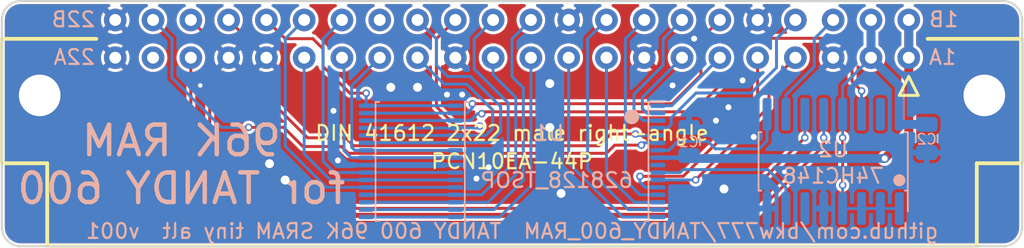
<source format=kicad_pcb>
(kicad_pcb (version 20211014) (generator pcbnew)
  (title_block (title "TANDY 600 96K SRAM tiny alt") (date "2022-09-19") (rev "001") (company "Brian K. White - b.kenyon.w@gmail.com") (comment 1 "LICENSE: CC-BY-SA 4.0") (comment 2 "github.com/bkw777/TANDY_600_RAM"))
  (layers (0 "F.Cu" signal) (31 "B.Cu" signal) (34 "B.Paste" user) (35 "F.Paste" user) (36 "B.SilkS" user "B.Silkscreen") (37 "F.SilkS" user "F.Silkscreen") (38 "B.Mask" user) (39 "F.Mask" user) (44 "Edge.Cuts" user))
  (net 0 "")
  (net 1 "GND")
  (net 2 "VMEM")
  (net 3 "VCC")
  (net 4 "/A14")
  (net 5 "/A13")
  (net 6 "/A12")
  (net 7 "/A11")
  (net 8 "/A10")
  (net 9 "/A9")
  (net 10 "/A8")
  (net 11 "/A7")
  (net 12 "/A6")
  (net 13 "/A5")
  (net 14 "/A4")
  (net 15 "/A3")
  (net 16 "/A2")
  (net 17 "/A1")
  (net 18 "/A0")
  (net 19 "/D7")
  (net 20 "/D6")
  (net 21 "/D5")
  (net 22 "/D4")
  (net 23 "/D3")
  (net 24 "/D2")
  (net 25 "/D1")
  (net 26 "/D0")
  (net 27 "/~{OE}")
  (net 28 "/~{WE}")
  (net 29 "/CS2")
  (net 30 "/A15")
  (net 31 "/A16")
  (net 32 "/~{CS1}")
  (net 33 "/~{CS1_B}")
  (net 34 "/~{CS1_C}")
  (net 35 "/~{CS1_A}")
  (footprint "000_LOCAL:DIN 41612 2x22 male right-angle" (layer "F.Cu") (at 146.05 101.56444)
    (fp_text reference "J1" hide)
    (fp_text value "DIN 41612 2x22 male right-angle" (at 0 6.35) (layer "F.SilkS"))
    (fp_line (start 34.29 8.382) (end 31.242 8.382) (layer "F.SilkS") (width 0.254))
    (fp_line (start -31.242 8.382) (end -34.29 8.382) (layer "F.SilkS") (width 0.254))
    (fp_line (start 34.29 0) (end 34.29 8.382) (layer "F.SilkS") (width 0.254))
    (fp_line (start -31.242 13.97) (end -31.242 8.382) (layer "F.SilkS") (width 0.254))
    (fp_line (start 31.242 13.97) (end 31.242 8.382) (layer "F.SilkS") (width 0.254))
    (fp_line (start -34.29 0) (end -34.29 8.382) (layer "F.SilkS") (width 0.254))
    (fp_line (start 27.305 3.81) (end 26.67 2.54) (layer "F.SilkS") (width 0.2))
    (fp_line (start 31.242 13.97) (end -31.242 13.97) (layer "F.SilkS") (width 0.254))
    (fp_line (start 26.67 2.54) (end 26.035 3.81) (layer "F.SilkS") (width 0.2))
    (fp_line (start -27.94 0) (end -34.29 0) (layer "F.SilkS") (width 0.254))
    (fp_line (start 27.94 0) (end 34.29 0) (layer "F.SilkS") (width 0.254))
    (fp_line (start 26.035 3.81) (end 27.305 3.81) (layer "F.SilkS") (width 0.2))
    (pad "1A" thru_hole circle (at 26.67 1.27) (size 1.524 1.524) (drill 0.8) (layers *.Cu *.Mask) (net 2 "VMEM"))
    (pad "1B" thru_hole circle (at 26.67 -1.27) (size 1.524 1.524) (drill 0.8) (layers *.Cu *.Mask) (net 2 "VMEM"))
    (pad "2A" thru_hole circle (at 24.13 1.27) (size 1.524 1.524) (drill 0.8) (layers *.Cu *.Mask) (net 3 "VCC"))
    (pad "2B" thru_hole circle (at 24.13 -1.27) (size 1.524 1.524) (drill 0.8) (layers *.Cu *.Mask) (net 3 "VCC"))
    (pad "3A" thru_hole circle (at 21.59 1.27) (size 1.524 1.524) (drill 0.8) (layers *.Cu *.Mask) (net 1 "GND"))
    (pad "3B" thru_hole circle (at 21.59 -1.27) (size 1.524 1.524) (drill 0.8) (layers *.Cu *.Mask) (net 35 "/~{CS1_A}"))
    (pad "4A" thru_hole circle (at 19.05 1.27) (size 1.524 1.524) (drill 0.8) (layers *.Cu *.Mask) (net 4 "/A14"))
    (pad "4B" thru_hole circle (at 19.05 -1.27) (size 1.524 1.524) (drill 0.8) (layers *.Cu *.Mask) (net 5 "/A13"))
    (pad "5A" thru_hole circle (at 16.51 1.27) (size 1.524 1.524) (drill 0.8) (layers *.Cu *.Mask) (net 6 "/A12"))
    (pad "5B" thru_hole circle (at 16.51 -1.27) (size 1.524 1.524) (drill 0.8) (layers *.Cu *.Mask) (net 1 "GND"))
    (pad "6A" thru_hole circle (at 13.97 1.27) (size 1.524 1.524) (drill 0.8) (layers *.Cu *.Mask) (net 7 "/A11"))
    (pad "6B" thru_hole circle (at 13.97 -1.27) (size 1.524 1.524) (drill 0.8) (layers *.Cu *.Mask) (net 8 "/A10"))
    (pad "7A" thru_hole circle (at 11.43 1.27) (size 1.524 1.524) (drill 0.8) (layers *.Cu *.Mask) (net 9 "/A9"))
    (pad "7B" thru_hole circle (at 11.43 -1.27) (size 1.524 1.524) (drill 0.8) (layers *.Cu *.Mask) (net 10 "/A8"))
    (pad "8A" thru_hole circle (at 8.89 1.27) (size 1.524 1.524) (drill 0.8) (layers *.Cu *.Mask) (net 1 "GND"))
    (pad "8B" thru_hole circle (at 8.89 -1.27) (size 1.524 1.524) (drill 0.8) (layers *.Cu *.Mask) (net 11 "/A7"))
    (pad "9A" thru_hole circle (at 6.35 1.27) (size 1.524 1.524) (drill 0.8) (layers *.Cu *.Mask) (net 12 "/A6"))
    (pad "9B" thru_hole circle (at 6.35 -1.27) (size 1.524 1.524) (drill 0.8) (layers *.Cu *.Mask) (net 13 "/A5"))
    (pad "10A" thru_hole circle (at 3.81 1.27) (size 1.524 1.524) (drill 0.8) (layers *.Cu *.Mask) (net 14 "/A4"))
    (pad "10B" thru_hole circle (at 3.81 -1.27) (size 1.524 1.524) (drill 0.8) (layers *.Cu *.Mask) (net 1 "GND"))
    (pad "11A" thru_hole circle (at 1.27 1.27) (size 1.524 1.524) (drill 0.8) (layers *.Cu *.Mask) (net 15 "/A3"))
    (pad "11B" thru_hole circle (at 1.27 -1.27) (size 1.524 1.524) (drill 0.8) (layers *.Cu *.Mask) (net 16 "/A2"))
    (pad "12A" thru_hole circle (at -1.27 1.27) (size 1.524 1.524) (drill 0.8) (layers *.Cu *.Mask) (net 17 "/A1"))
    (pad "12B" thru_hole circle (at -1.27 -1.27) (size 1.524 1.524) (drill 0.8) (layers *.Cu *.Mask) (net 18 "/A0"))
    (pad "13A" thru_hole circle (at -3.81 1.27) (size 1.524 1.524) (drill 0.8) (layers *.Cu *.Mask) (net 1 "GND"))
    (pad "13B" thru_hole circle (at -3.81 -1.27) (size 1.524 1.524) (drill 0.8) (layers *.Cu *.Mask) (net 19 "/D7"))
    (pad "14A" thru_hole circle (at -6.35 1.27) (size 1.524 1.524) (drill 0.8) (layers *.Cu *.Mask) (net 20 "/D6"))
    (pad "14B" thru_hole circle (at -6.35 -1.27) (size 1.524 1.524) (drill 0.8) (layers *.Cu *.Mask) (net 21 "/D5"))
    (pad "15A" thru_hole circle (at -8.89 1.27) (size 1.524 1.524) (drill 0.8) (layers *.Cu *.Mask) (net 22 "/D4"))
    (pad "15B" thru_hole circle (at -8.89 -1.27) (size 1.524 1.524) (drill 0.8) (layers *.Cu *.Mask))
    (pad "16A" thru_hole circle (at -11.43 1.27) (size 1.524 1.524) (drill 0.8) (layers *.Cu *.Mask) (net 23 "/D3"))
    (pad "16B" thru_hole circle (at -11.43 -1.27) (size 1.524 1.524) (drill 0.8) (layers *.Cu *.Mask) (net 24 "/D2"))
    (pad "17A" thru_hole circle (at -13.97 1.27) (size 1.524 1.524) (drill 0.8) (layers *.Cu *.Mask) (net 25 "/D1"))
    (pad "17B" thru_hole circle (at -13.97 -1.27) (size 1.524 1.524) (drill 0.8) (layers *.Cu *.Mask) (net 26 "/D0"))
    (pad "18A" thru_hole circle (at -16.51 1.27) (size 1.524 1.524) (drill 0.8) (layers *.Cu *.Mask) (net 1 "GND"))
    (pad "18B" thru_hole circle (at -16.51 -1.27) (size 1.524 1.524) (drill 0.8) (layers *.Cu *.Mask) (net 27 "/~{OE}"))
    (pad "19A" thru_hole circle (at -19.05 1.27) (size 1.524 1.524) (drill 0.8) (layers *.Cu *.Mask) (net 1 "GND"))
    (pad "19B" thru_hole circle (at -19.05 -1.27) (size 1.524 1.524) (drill 0.8) (layers *.Cu *.Mask) (net 28 "/~{WE}"))
    (pad "20A" thru_hole circle (at -21.59 1.27) (size 1.524 1.524) (drill 0.8) (layers *.Cu *.Mask) (net 34 "/~{CS1_C}"))
    (pad "20B" thru_hole circle (at -21.59 -1.27) (size 1.524 1.524) (drill 0.8) (layers *.Cu *.Mask) (net 33 "/~{CS1_B}"))
    (pad "21A" thru_hole circle (at -24.13 1.27) (size 1.524 1.524) (drill 0.8) (layers *.Cu *.Mask))
    (pad "21B" thru_hole circle (at -24.13 -1.27) (size 1.524 1.524) (drill 0.8) (layers *.Cu *.Mask) (net 29 "/CS2"))
    (pad "22A" thru_hole circle (at -26.67 1.27) (size 1.524 1.524) (drill 0.8) (layers *.Cu *.Mask) (net 1 "GND"))
    (pad "22B" thru_hole circle (at -26.67 -1.27) (size 1.524 1.524) (drill 0.8) (layers *.Cu *.Mask) (net 1 "GND"))
    (pad "S1" thru_hole oval (at 31.75 3.81) (size 2.999999 4.500001) (drill 2.799999) (layers *.Cu *.Mask) (net 1 "GND"))
    (pad "S2" thru_hole oval (at -31.75 3.81) (size 2.999999 4.500001) (drill 2.799999) (layers *.Cu *.Mask) (net 1 "GND"))
  )
  (footprint "000_LOCAL:TSOP32-dual" (layer "B.Cu") (at 146.05 109.82 180)
    (fp_text reference "U1" (at -2.492 1.905) (layer "B.SilkS") (effects (justify mirror)))
    (fp_text value "628128_TSOP" (at -3 -1.27) (layer "B.SilkS") (effects (justify mirror)))
    (fp_line (start 3.175 -4) (end 3.175 4) (layer "B.SilkS") (width 0.12))
    (fp_line (start 3.175 -4) (end 2.925 -4) (layer "B.SilkS") (width 0.12))
    (fp_line (start 9.175 -4) (end 8.925 -4) (layer "B.SilkS") (width 0.12))
    (fp_line (start -9.175 -4) (end -8.925 -4) (layer "B.SilkS") (width 0.12))
    (fp_line (start 9.175 -4) (end 9.175 4) (layer "B.SilkS") (width 0.12))
    (fp_line (start -10.25 4) (end -8.925 4) (layer "B.SilkS") (width 0.12))
    (fp_line (start -9.175 4) (end -9.175 -4) (layer "B.SilkS") (width 0.12))
    (fp_line (start 9.175 4) (end 8.925 4) (layer "B.SilkS") (width 0.12))
    (fp_line (start 3.175 4) (end 2.925 4) (layer "B.SilkS") (width 0.12))
    (fp_circle (center -8.05 3) (end -8.05 2.75) (layer "B.SilkS") (width 0.5) (fill none))
    (pad "1" smd roundrect (at -9.8 3.75 270) (size 0.3 1) (layers "B.Cu" "B.Paste" "B.Mask") (net 7 "/A11"))
    (pad "2" smd roundrect (at -9.8 3.25 270) (size 0.3 1) (layers "B.Cu" "B.Paste" "B.Mask") (net 9 "/A9"))
    (pad "3" smd roundrect (at -9.8 2.75 270) (size 0.3 1) (layers "B.Cu" "B.Paste" "B.Mask") (net 10 "/A8"))
    (pad "4" smd roundrect (at -9.8 2.25 270) (size 0.3 1) (layers "B.Cu" "B.Paste" "B.Mask") (net 5 "/A13"))
    (pad "5" smd roundrect (at -9.8 1.75 270) (size 0.3 1) (layers "B.Cu" "B.Paste" "B.Mask") (net 28 "/~{WE}"))
    (pad "6" smd roundrect (at -9.8 1.25 270) (size 0.3 1) (layers "B.Cu" "B.Paste" "B.Mask") (net 29 "/CS2"))
    (pad "7" smd roundrect (at -9.8 0.75 270) (size 0.3 1) (layers "B.Cu" "B.Paste" "B.Mask") (net 30 "/A15"))
    (pad "8" smd roundrect (at -9.8 0.25 270) (size 0.3 1) (layers "B.Cu" "B.Paste" "B.Mask") (net 2 "VMEM"))
    (pad "9" smd roundrect (at -9.8 -0.25 270) (size 0.3 1) (layers "B.Cu" "B.Paste" "B.Mask"))
    (pad "10" smd roundrect (at -9.8 -0.75 270) (size 0.3 1) (layers "B.Cu" "B.Paste" "B.Mask") (net 31 "/A16"))
    (pad "11" smd roundrect (at -9.8 -1.25 270) (size 0.3 1) (layers "B.Cu" "B.Paste" "B.Mask") (net 4 "/A14"))
    (pad "12" smd roundrect (at -9.8 -1.75 270) (size 0.3 1) (layers "B.Cu" "B.Paste" "B.Mask") (net 6 "/A12"))
    (pad "13" smd roundrect (at -9.8 -2.25 270) (size 0.3 1) (layers "B.Cu" "B.Paste" "B.Mask") (net 11 "/A7"))
    (pad "14" smd roundrect (at -9.8 -2.75 270) (size 0.3 1) (layers "B.Cu" "B.Paste" "B.Mask") (net 12 "/A6"))
    (pad "15" smd roundrect (at -9.8 -3.25 270) (size 0.3 1) (layers "B.Cu" "B.Paste" "B.Mask") (net 13 "/A5"))
    (pad "16" smd roundrect (at -9.8 -3.75 270) (size 0.3 1) (layers "B.Cu" "B.Paste" "B.Mask") (net 14 "/A4"))
    (pad "17" smd roundrect (at 9.8 -3.75 270) (size 0.3 1) (layers "B.Cu" "B.Paste" "B.Mask") (net 15 "/A3"))
    (pad "17" smd roundrect (at 3.8 -3.75 270) (size 0.3 1) (layers "B.Cu" "B.Paste" "B.Mask") (net 15 "/A3"))
    (pad "18" smd roundrect (at 9.8 -3.25 270) (size 0.3 1) (layers "B.Cu" "B.Paste" "B.Mask") (net 16 "/A2"))
    (pad "18" smd roundrect (at 3.8 -3.25 270) (size 0.3 1) (layers "B.Cu" "B.Paste" "B.Mask") (net 16 "/A2"))
    (pad "19" smd roundrect (at 9.8 -2.75 270) (size 0.3 1) (layers "B.Cu" "B.Paste" "B.Mask") (net 17 "/A1"))
    (pad "19" smd roundrect (at 3.8 -2.75 270) (size 0.3 1) (layers "B.Cu" "B.Paste" "B.Mask") (net 17 "/A1"))
    (pad "20" smd roundrect (at 3.8 -2.25 270) (size 0.3 1) (layers "B.Cu" "B.Paste" "B.Mask") (net 18 "/A0"))
    (pad "20" smd roundrect (at 9.8 -2.25 270) (size 0.3 1) (layers "B.Cu" "B.Paste" "B.Mask") (net 18 "/A0"))
    (pad "21" smd roundrect (at 9.8 -1.75 270) (size 0.3 1) (layers "B.Cu" "B.Paste" "B.Mask") (net 26 "/D0"))
    (pad "21" smd roundrect (at 3.8 -1.75 270) (size 0.3 1) (layers "B.Cu" "B.Paste" "B.Mask") (net 26 "/D0"))
    (pad "22" smd roundrect (at 3.8 -1.25 270) (size 0.3 1) (layers "B.Cu" "B.Paste" "B.Mask") (net 25 "/D1"))
    (pad "22" smd roundrect (at 9.8 -1.25 270) (size 0.3 1) (layers "B.Cu" "B.Paste" "B.Mask") (net 25 "/D1"))
    (pad "23" smd roundrect (at 9.8 -0.75 270) (size 0.3 1) (layers "B.Cu" "B.Paste" "B.Mask") (net 24 "/D2"))
    (pad "23" smd roundrect (at 3.8 -0.75 270) (size 0.3 1) (layers "B.Cu" "B.Paste" "B.Mask") (net 24 "/D2"))
    (pad "24" smd roundrect (at 9.8 -0.25 270) (size 0.3 1) (layers "B.Cu" "B.Paste" "B.Mask") (net 1 "GND"))
    (pad "24" smd roundrect (at 3.8 -0.25 270) (size 0.3 1) (layers "B.Cu" "B.Paste" "B.Mask") (net 1 "GND"))
    (pad "25" smd roundrect (at 3.8 0.25 270) (size 0.3 1) (layers "B.Cu" "B.Paste" "B.Mask") (net 23 "/D3"))
    (pad "25" smd roundrect (at 9.8 0.25 270) (size 0.3 1) (layers "B.Cu" "B.Paste" "B.Mask") (net 23 "/D3"))
    (pad "26" smd roundrect (at 9.8 0.75 270) (size 0.3 1) (layers "B.Cu" "B.Paste" "B.Mask") (net 22 "/D4"))
    (pad "26" smd roundrect (at 3.8 0.75 270) (size 0.3 1) (layers "B.Cu" "B.Paste" "B.Mask") (net 22 "/D4"))
    (pad "27" smd roundrect (at 3.8 1.25 270) (size 0.3 1) (layers "B.Cu" "B.Paste" "B.Mask") (net 21 "/D5"))
    (pad "27" smd roundrect (at 9.8 1.25 270) (size 0.3 1) (layers "B.Cu" "B.Paste" "B.Mask") (net 21 "/D5"))
    (pad "28" smd roundrect (at 9.8 1.75 270) (size 0.3 1) (layers "B.Cu" "B.Paste" "B.Mask") (net 20 "/D6"))
    (pad "28" smd roundrect (at 3.8 1.75 270) (size 0.3 1) (layers "B.Cu" "B.Paste" "B.Mask") (net 20 "/D6"))
    (pad "29" smd roundrect (at 9.8 2.25 270) (size 0.3 1) (layers "B.Cu" "B.Paste" "B.Mask") (net 19 "/D7"))
    (pad "29" smd roundrect (at 3.8 2.25 270) (size 0.3 1) (layers "B.Cu" "B.Paste" "B.Mask") (net 19 "/D7"))
    (pad "30" smd roundrect (at 9.8 2.75 270) (size 0.3 1) (layers "B.Cu" "B.Paste" "B.Mask") (net 32 "/~{CS1}"))
    (pad "30" smd roundrect (at 3.8 2.75 270) (size 0.3 1) (layers "B.Cu" "B.Paste" "B.Mask") (net 32 "/~{CS1}"))
    (pad "31" smd roundrect (at 3.8 3.25 270) (size 0.3 1) (layers "B.Cu" "B.Paste" "B.Mask") (net 8 "/A10"))
    (pad "31" smd roundrect (at 9.8 3.25 270) (size 0.3 1) (layers "B.Cu" "B.Paste" "B.Mask") (net 8 "/A10"))
    (pad "32" smd roundrect (at 3.8 3.75 270) (size 0.3 1) (layers "B.Cu" "B.Paste" "B.Mask") (net 27 "/~{OE}"))
    (pad "32" smd roundrect (at 9.8 3.75 270) (size 0.3 1) (layers "B.Cu" "B.Paste" "B.Mask") (net 27 "/~{OE}"))
  )
  (footprint "000_LOCAL:SOIC-SOP-16" (layer "B.Cu") (at 167.64 109.82 90)
    (fp_text reference "U2" (at 0.797 0) (layer "B.SilkS") (effects (justify mirror)))
    (fp_text value "74HC148" (at -0.981 0) (layer "B.SilkS") (effects (justify mirror)))
    (fp_line (start 1.9685 -5.0165) (end 1.9685 -4.826) (layer "B.SilkS") (width 0.12))
    (fp_line (start 1.9685 4.826) (end 1.9685 5.0165) (layer "B.SilkS") (width 0.12))
    (fp_line (start -3.3655 5.0165) (end 1.9685 5.0165) (layer "B.SilkS") (width 0.12))
    (fp_line (start -1.9685 -5.0165) (end 1.9685 -5.0165) (layer "B.SilkS") (width 0.12))
    (fp_line (start -1.9685 4.826) (end -1.9685 5.0165) (layer "B.SilkS") (width 0.12))
    (fp_line (start -1.9685 -4.826) (end -1.9685 -5.0165) (layer "B.SilkS") (width 0.12))
    (fp_circle (center -1.27 4.445) (end -1.0668 4.445) (layer "B.SilkS") (width 0.4064) (fill none))
    (pad "1" smd roundrect locked (at -3.175 4.445 90) (size 2.2 0.6) (layers "B.Cu" "B.Paste" "B.Mask") (net 3 "VCC"))
    (pad "2" smd roundrect locked (at -3.1735 3.175 90) (size 2.2 0.6) (layers "B.Cu" "B.Paste" "B.Mask") (net 3 "VCC"))
    (pad "3" smd roundrect locked (at -3.1735 1.905 90) (size 2.2 0.6) (layers "B.Cu" "B.Paste" "B.Mask") (net 3 "VCC"))
    (pad "4" smd roundrect locked (at -3.1735 0.635 90) (size 2.2 0.6) (layers "B.Cu" "B.Paste" "B.Mask") (net 3 "VCC"))
    (pad "5" smd roundrect locked (at -3.1735 -0.635 90) (size 2.2 0.6) (layers "B.Cu" "B.Paste" "B.Mask") (net 1 "GND"))
    (pad "6" smd roundrect locked (at -3.1735 -1.905 90) (size 2.2 0.6) (layers "B.Cu" "B.Paste" "B.Mask"))
    (pad "7" smd roundrect locked (at -3.1735 -3.175 90) (size 2.2 0.6) (layers "B.Cu" "B.Paste" "B.Mask") (net 31 "/A16"))
    (pad "8" smd roundrect locked (at -3.1735 -4.445 90) (size 2.2 0.6) (layers "B.Cu" "B.Paste" "B.Mask") (net 1 "GND"))
    (pad "9" smd roundrect locked (at 3.1735 -4.445 90) (size 2.2 0.6) (layers "B.Cu" "B.Paste" "B.Mask") (net 30 "/A15"))
    (pad "10" smd roundrect locked (at 3.1735 -3.175 90) (size 2.2 0.6) (layers "B.Cu" "B.Paste" "B.Mask") (net 35 "/~{CS1_A}"))
    (pad "11" smd roundrect locked (at 3.1735 -1.905 90) (size 2.2 0.6) (layers "B.Cu" "B.Paste" "B.Mask") (net 33 "/~{CS1_B}"))
    (pad "12" smd roundrect locked (at 3.1735 -0.635 90) (size 2.2 0.6) (layers "B.Cu" "B.Paste" "B.Mask") (net 34 "/~{CS1_C}"))
    (pad "13" smd roundrect locked (at 3.1735 0.635 90) (size 2.2 0.6) (layers "B.Cu" "B.Paste" "B.Mask") (net 3 "VCC"))
    (pad "14" smd roundrect locked (at 3.1735 1.905 90) (size 2.2 0.6) (layers "B.Cu" "B.Paste" "B.Mask") (net 32 "/~{CS1}"))
    (pad "15" smd roundrect locked (at 3.1735 3.175 90) (size 2.2 0.6) (layers "B.Cu" "B.Paste" "B.Mask"))
    (pad "16" smd roundrect locked (at 3.1735 4.445 90) (size 2.2 0.6) (layers "B.Cu" "B.Paste" "B.Mask") (net 3 "VCC"))
  )
  (footprint "000_LOCAL:C_0805" (layer "B.Cu") (at 157.95 108.475 90)
    (fp_text reference "C1" (at -0.0326 -0.0198 unlocked) (layer "B.SilkS") (effects (font (size 0.7 0.7) (thickness 0.1)) (justify mirror)))
    (fp_text value "0.1uF" hide)
    (fp_line (start -0.261252 0.735) (end 0.261252 0.735) (layer "B.SilkS") (width 0.12))
    (fp_line (start -0.261252 -0.735) (end 0.261252 -0.735) (layer "B.SilkS") (width 0.12))
    (pad "1" smd roundrect (at -0.95 0 90) (size 1 1.45) (layers "B.Cu" "B.Paste" "B.Mask") (net 2 "VMEM"))
    (pad "2" smd roundrect (at 0.95 0 90) (size 1 1.45) (layers "B.Cu" "B.Paste" "B.Mask") (net 1 "GND"))
  )
  (footprint "000_LOCAL:C_0805" (layer "B.Cu") (at 173.925 108.275 -90)
    (fp_text reference "C2" (at 0.05 0) (layer "B.SilkS") (effects (font (size 0.7 0.7) (thickness 0.1)) (justify mirror)))
    (fp_text value "0.1uF" hide)
    (fp_line (start -0.261252 -0.735) (end 0.261252 -0.735) (layer "B.SilkS") (width 0.12))
    (fp_line (start -0.261252 0.735) (end 0.261252 0.735) (layer "B.SilkS") (width 0.12))
    (pad "1" smd roundrect (at -0.95 0 270) (size 1 1.45) (layers "B.Cu" "B.Paste" "B.Mask") (net 3 "VCC"))
    (pad "2" smd roundrect (at 0.95 0 270) (size 1 1.45) (layers "B.Cu" "B.Paste" "B.Mask") (net 1 "GND"))
  )
  (gr_arc (start 179.07 99.02444) (mid 179.968026 99.396414) (end 180.34 100.29444) (layer "Edge.Cuts") (width 0.15))
  (gr_arc (start 111.76 100.29444) (mid 112.131974 99.396414) (end 113.03 99.02444) (layer "Edge.Cuts") (width 0.15))
  (gr_line (start 111.76 100.29444) (end 111.76 114.26444) (layer "Edge.Cuts") (width 0.15))
  (gr_arc (start 113.03 115.53444) (mid 112.131974 115.162466) (end 111.76 114.26444) (layer "Edge.Cuts") (width 0.15))
  (gr_arc (start 180.34 114.26444) (mid 179.968026 115.162466) (end 179.07 115.53444) (layer "Edge.Cuts") (width 0.15))
  (gr_line (start 113.03 99.02444) (end 179.07 99.02444) (layer "Edge.Cuts") (width 0.15))
  (gr_line (start 179.07 115.53444) (end 113.03 115.53444) (layer "Edge.Cuts") (width 0.15))
  (gr_line (start 180.34 100.29444) (end 180.34 114.26444) (layer "Edge.Cuts") (width 0.15))
  (gr_text "22B" (at 118.11 100.25944) (layer "B.SilkS") (effects (font (size 1 1)) (justify left mirror)))
  (gr_text "22A" (at 118.11 102.79944) (layer "B.SilkS") (effects (font (size 1 1)) (justify left mirror)))
  (gr_text "1A" (at 173.99 102.79944) (layer "B.SilkS") (effects (font (size 1 1)) (justify right mirror)))
  (gr_text "1B" (at 173.99 100.25944) (layer "B.SilkS") (effects (font (size 1 1)) (justify right mirror)))
  (gr_text "${COMMENT2}  ${TITLE}  v${REVISION}" (at 146.05 114.51844) (layer "B.SilkS") (effects (font (size 1 1)) (justify mirror)))
  (gr_text "96K RAM\nfor TANDY 600" (at 123.825 110.03844) (layer "B.SilkS") (effects (font (size 2 2) (thickness 0.3)) (justify mirror)))
  (gr_text "PCN10EA-44P" (at 146.05 109.81944) (layer "F.SilkS") (effects (font (size 1 1))))
  (via (at 142.6972 105.3242) (size 0.6) (drill 0.4) (layers "F.Cu" "B.Cu") (net 1))
  (via (at 134.05 106.415) (size 0.6) (drill 0.4) (layers "F.Cu" "B.Cu") (net 1))
  (via (at 137.9 104.83144) (size 1) (drill 0.6) (layers "F.Cu" "B.Cu") (net 1))
  (via (at 158.2928 101.55484) (size 0.6) (drill 0.4) (layers "F.Cu" "B.Cu") (net 1))
  (via (at 162.3 108.175) (size 0.6) (drill 0.4) (layers "F.Cu" "B.Cu") (net 1))
  (via (at 148.59 107.534) (size 1) (drill 0.6) (layers "F.Cu" "B.Cu") (net 1))
  (via (at 130.8 111.075) (size 1) (drill 0.6) (layers "F.Cu" "B.Cu") (net 1))
  (via (at 125.095 104.70444) (size 0.5) (drill 0.3) (layers "F.Cu" "B.Cu") (net 1))
  (via (at 161.55 104.36444) (size 0.6) (drill 0.4) (layers "F.Cu" "B.Cu") (net 1))
  (via (at 160.3 111.675) (size 1) (drill 0.6) (layers "F.Cu" "B.Cu") (net 1))
  (via (at 141.6812 105.3242) (size 0.6) (drill 0.4) (layers "F.Cu" "B.Cu") (net 1))
  (via (at 144.4752 110.21624) (size 0.6) (drill 0.4) (layers "F.Cu" "B.Cu") (net 1))
  (via (at 129.75 109.975) (size 1) (drill 0.6) (layers "F.Cu" "B.Cu") (net 1))
  (via (at 159.76 107.07444) (size 0.6) (drill 0.4) (layers "F.Cu" "B.Cu") (net 1))
  (via (at 160.6 106.17444) (size 0.6) (drill 0.4) (layers "F.Cu" "B.Cu") (net 1))
  (via (at 164.35 110.525) (size 0.5) (drill 0.3) (layers "F.Cu" "B.Cu") (net 1))
  (via (at 143.6624 110.97824) (size 0.6) (drill 0.4) (layers "F.Cu" "B.Cu") (net 1))
  (via (at 134.35 109.755) (size 0.6) (drill 0.4) (layers "F.Cu" "B.Cu") (net 1))
  (via (at 156.845 104.70444) (size 0.6) (drill 0.4) (layers "F.Cu" "B.Cu") (net 1))
  (via (at 149.352 111.979) (size 1) (drill 0.6) (layers "F.Cu" "B.Cu") (net 1))
  (via (at 139.7 104.83144) (size 1) (drill 0.6) (layers "F.Cu" "B.Cu") (net 1))
  (via (at 148.59 104.57744) (size 1) (drill 0.6) (layers "F.Cu" "B.Cu") (net 1))
  (segment (start 172.72 108.005) (end 172.72 102.83444) (width 0.6) (layer "F.Cu") (net 2))
  (segment (start 172.72 102.83444) (end 172.72 100.29444) (width 0.6) (layer "F.Cu") (net 2))
  (segment (start 171.1 109.625) (end 172.72 108.005) (width 0.6) (layer "F.Cu") (net 2))
  (via (at 171.1 109.625) (size 0.6) (drill 0.4) (layers "F.Cu" "B.Cu") (net 2))
  (segment (start 171.1 109.625) (end 158.15 109.625) (width 0.6) (layer "B.Cu") (net 2))
  (segment (start 158.15 109.625) (end 157.95 109.425) (width 0.6) (layer "B.Cu") (net 2))
  (segment (start 172.72 102.83444) (end 172.72 100.29444) (width 0.6) (layer "B.Cu") (net 2))
  (segment (start 157.805 109.57) (end 155.85 109.57) (width 0.3) (layer "B.Cu") (net 2))
  (segment (start 157.95 109.425) (end 157.805 109.57) (width 0.3) (layer "B.Cu") (net 2))
  (segment (start 168.275 111.425) (end 168.275 108.225) (width 0.2) (layer "F.Cu") (net 3))
  (segment (start 170.18 100.29444) (end 170.18 102.83444) (width 0.6) (layer "F.Cu") (net 3))
  (via (at 168.275 108.225) (size 0.5) (drill 0.3) (layers "F.Cu" "B.Cu") (net 3))
  (via (at 168.275 111.425) (size 0.5) (drill 0.3) (layers "F.Cu" "B.Cu") (net 3))
  (segment (start 168.2765 112.995) (end 172.085 112.995) (width 0.2) (layer "B.Cu") (net 3))
  (segment (start 168.275 112.9935) (end 168.2765 112.995) (width 0.2) (layer "B.Cu") (net 3))
  (segment (start 168.275 111.425) (end 168.275 112.9935) (width 0.2) (layer "B.Cu") (net 3))
  (segment (start 172.085 107.29) (end 172.085 106.6465) (width 0.6) (layer "B.Cu") (net 3))
  (segment (start 172.085 106.6465) (end 172.085 104.73944) (width 0.6) (layer "B.Cu") (net 3))
  (segment (start 173.925 107.325) (end 172.12 107.325) (width 0.6) (layer "B.Cu") (net 3))
  (segment (start 170.18 102.83444) (end 170.18 100.29444) (width 0.6) (layer "B.Cu") (net 3))
  (segment (start 168.275 104.73944) (end 170.18 102.83444) (width 0.2) (layer "B.Cu") (net 3))
  (segment (start 172.085 104.73944) (end 170.18 102.83444) (width 0.6) (layer "B.Cu") (net 3))
  (segment (start 172.12 107.325) (end 172.085 107.29) (width 0.6) (layer "B.Cu") (net 3))
  (segment (start 168.275 108.225) (end 168.275 104.73944) (width 0.2) (layer "B.Cu") (net 3))
  (segment (start 163.322 106.137) (end 163.322 104.61244) (width 0.2) (layer "F.Cu") (net 4))
  (segment (start 163.322 104.61244) (end 165.1 102.83444) (width 0.2) (layer "F.Cu") (net 4))
  (segment (start 158.3944 111.0646) (end 163.322 106.137) (width 0.2) (layer "F.Cu") (net 4))
  (via (at 158.3944 111.0646) (size 0.5) (drill 0.3) (layers "F.Cu" "B.Cu") (net 4))
  (segment (start 158.3944 111.0646) (end 158.389 111.07) (width 0.2) (layer "B.Cu") (net 4))
  (segment (start 158.389 111.07) (end 155.85 111.07) (width 0.2) (layer "B.Cu") (net 4))
  (segment (start 163.83 103.50444) (end 163.83 101.56444) (width 0.2) (layer "B.Cu") (net 5))
  (segment (start 162.12 105.21444) (end 163.83 103.50444) (width 0.2) (layer "B.Cu") (net 5))
  (segment (start 156.75 106.88444) (end 158.42 105.21444) (width 0.2) (layer "B.Cu") (net 5))
  (segment (start 156.51444 107.57) (end 156.75 107.33444) (width 0.2) (layer "B.Cu") (net 5))
  (segment (start 156.75 107.33444) (end 156.75 106.88444) (width 0.2) (layer "B.Cu") (net 5))
  (segment (start 158.42 105.21444) (end 162.12 105.21444) (width 0.2) (layer "B.Cu") (net 5))
  (segment (start 155.85 107.57) (end 156.51444 107.57) (width 0.2) (layer "B.Cu") (net 5))
  (segment (start 163.83 101.56444) (end 165.1 100.29444) (width 0.2) (layer "B.Cu") (net 5))
  (segment (start 162.56 105.82444) (end 162.56 102.83444) (width 0.2) (layer "F.Cu") (net 6))
  (segment (start 157.55944 110.825) (end 162.56 105.82444) (width 0.2) (layer "F.Cu") (net 6))
  (segment (start 154.65 110.825) (end 157.55944 110.825) (width 0.2) (layer "F.Cu") (net 6))
  (via (at 154.65 110.825) (size 0.5) (drill 0.3) (layers "F.Cu" "B.Cu") (net 6))
  (segment (start 154.65 111.225) (end 154.995 111.57) (width 0.2) (layer "B.Cu") (net 6))
  (segment (start 154.65 110.825) (end 154.65 111.225) (width 0.2) (layer "B.Cu") (net 6))
  (segment (start 154.995 111.57) (end 155.85 111.57) (width 0.2) (layer "B.Cu") (net 6))
  (segment (start 160.02 102.83444) (end 156.78444 106.07) (width 0.2) (layer "B.Cu") (net 7))
  (segment (start 156.78444 106.07) (end 155.85 106.07) (width 0.2) (layer "B.Cu") (net 7))
  (segment (start 156.8215 105.93444) (end 158.75 104.00594) (width 0.2) (layer "F.Cu") (net 8))
  (segment (start 159.258 101.78344) (end 159.258 101.05644) (width 0.2) (layer "F.Cu") (net 8))
  (segment (start 159.258 101.05644) (end 160.02 100.29444) (width 0.2) (layer "F.Cu") (net 8))
  (segment (start 158.75 104.00594) (end 158.75 102.29144) (width 0.2) (layer "F.Cu") (net 8))
  (segment (start 158.75 102.29144) (end 159.258 101.78344) (width 0.2) (layer "F.Cu") (net 8))
  (segment (start 143.383 105.93444) (end 156.8215 105.93444) (width 0.2) (layer "F.Cu") (net 8))
  (via (at 143.383 105.93444) (size 0.5) (drill 0.3) (layers "F.Cu" "B.Cu") (net 8))
  (segment (start 143.383 105.93444) (end 143.383 106.2132) (width 0.2) (layer "B.Cu") (net 8))
  (segment (start 143.0262 106.57) (end 136.25 106.57) (width 0.2) (layer "B.Cu") (net 8))
  (segment (start 143.383 106.2132) (end 143.0262 106.57) (width 0.2) (layer "B.Cu") (net 8))
  (segment (start 157.48 102.83444) (end 154.813 105.50144) (width 0.2) (layer "B.Cu") (net 9))
  (segment (start 154.813 106.26344) (end 155.11956 106.57) (width 0.2) (layer "B.Cu") (net 9))
  (segment (start 155.11956 106.57) (end 155.85 106.57) (width 0.2) (layer "B.Cu") (net 9))
  (segment (start 154.813 105.50144) (end 154.813 106.26344) (width 0.2) (layer "B.Cu") (net 9))
  (segment (start 154.85756 107.07) (end 154.25 106.46244) (width 0.2) (layer "B.Cu") (net 10))
  (segment (start 156.21 101.56444) (end 157.48 100.29444) (width 0.2) (layer "B.Cu") (net 10))
  (segment (start 156.21 103.34244) (end 156.21 101.56444) (width 0.2) (layer "B.Cu") (net 10))
  (segment (start 155.85 107.07) (end 154.85756 107.07) (width 0.2) (layer "B.Cu") (net 10))
  (segment (start 154.25 106.46244) (end 154.25 105.30244) (width 0.2) (layer "B.Cu") (net 10))
  (segment (start 154.25 105.30244) (end 156.21 103.34244) (width 0.2) (layer "B.Cu") (net 10))
  (segment (start 153.67 111.09) (end 153.67 101.56444) (width 0.2) (layer "B.Cu") (net 11))
  (segment (start 155.85 112.07) (end 154.65 112.07) (width 0.2) (layer "B.Cu") (net 11))
  (segment (start 153.67 101.56444) (end 154.94 100.29444) (width 0.2) (layer "B.Cu") (net 11))
  (segment (start 154.65 112.07) (end 153.67 111.09) (width 0.2) (layer "B.Cu") (net 11))
  (segment (start 154.261 112.57) (end 155.85 112.57) (width 0.2) (layer "B.Cu") (net 12))
  (segment (start 152.4 102.83444) (end 152.4 110.709) (width 0.2) (layer "B.Cu") (net 12))
  (segment (start 152.4 110.709) (end 154.261 112.57) (width 0.2) (layer "B.Cu") (net 12))
  (segment (start 153.872 113.07) (end 151.13 110.328) (width 0.2) (layer "B.Cu") (net 13))
  (segment (start 155.85 113.07) (end 153.872 113.07) (width 0.2) (layer "B.Cu") (net 13))
  (segment (start 151.13 101.56444) (end 152.4 100.29444) (width 0.2) (layer "B.Cu") (net 13))
  (segment (start 151.13 110.328) (end 151.13 101.56444) (width 0.2) (layer "B.Cu") (net 13))
  (segment (start 153.483 113.57) (end 155.85 113.57) (width 0.2) (layer "B.Cu") (net 14))
  (segment (start 149.86 109.947) (end 153.483 113.57) (width 0.2) (layer "B.Cu") (net 14))
  (segment (start 149.86 102.83444) (end 149.86 109.947) (width 0.2) (layer "B.Cu") (net 14))
  (segment (start 145.221 113.57) (end 136.25 113.57) (width 0.2) (layer "B.Cu") (net 15))
  (segment (start 147.32 111.471) (end 145.221 113.57) (width 0.2) (layer "B.Cu") (net 15))
  (segment (start 147.32 102.83444) (end 147.32 111.471) (width 0.2) (layer "B.Cu") (net 15))
  (segment (start 146.05 101.56444) (end 147.32 100.29444) (width 0.2) (layer "B.Cu") (net 16))
  (segment (start 136.25 113.07) (end 144.832 113.07) (width 0.2) (layer "B.Cu") (net 16))
  (segment (start 146.812 104.867) (end 146.05 104.105) (width 0.2) (layer "B.Cu") (net 16))
  (segment (start 144.832 113.07) (end 146.812 111.09) (width 0.2) (layer "B.Cu") (net 16))
  (segment (start 146.812 111.09) (end 146.812 104.867) (width 0.2) (layer "B.Cu") (net 16))
  (segment (start 146.05 104.105) (end 146.05 101.56444) (width 0.2) (layer "B.Cu") (net 16))
  (segment (start 144.78 103.978) (end 146.304 105.502) (width 0.2) (layer "B.Cu") (net 17))
  (segment (start 144.443 112.57) (end 136.25 112.57) (width 0.2) (layer "B.Cu") (net 17))
  (segment (start 144.78 102.83444) (end 144.78 103.978) (width 0.2) (layer "B.Cu") (net 17))
  (segment (start 146.304 105.502) (end 146.304 110.709) (width 0.2) (layer "B.Cu") (net 17))
  (segment (start 146.304 110.709) (end 144.443 112.57) (width 0.2) (layer "B.Cu") (net 17))
  (segment (start 143.51 101.56444) (end 144.78 100.29444) (width 0.2) (layer "B.Cu") (net 18))
  (segment (start 144.01444 112.07) (end 145.796 110.28844) (width 0.2) (layer "B.Cu") (net 18))
  (segment (start 145.796 105.88244) (end 143.51 103.59644) (width 0.2) (layer "B.Cu") (net 18))
  (segment (start 143.51 103.59644) (end 143.51 101.56444) (width 0.2) (layer "B.Cu") (net 18))
  (segment (start 136.25 112.07) (end 144.01444 112.07) (width 0.2) (layer "B.Cu") (net 18))
  (segment (start 145.796 110.28844) (end 145.796 105.88244) (width 0.2) (layer "B.Cu") (net 18))
  (segment (start 140.97 101.56444) (end 142.24 100.29444) (width 0.2) (layer "F.Cu") (net 19))
  (segment (start 142.2812 107.44764) (end 140.97 106.13644) (width 0.2) (layer "F.Cu") (net 19))
  (segment (start 143.891 107.44764) (end 142.2812 107.44764) (width 0.2) (layer "F.Cu") (net 19))
  (segment (start 140.97 106.13644) (end 140.97 101.56444) (width 0.2) (layer "F.Cu") (net 19))
  (via (at 143.891 107.44764) (size 0.5) (drill 0.3) (layers "F.Cu" "B.Cu") (net 19))
  (segment (start 143.891 107.44764) (end 143.76864 107.57) (width 0.2) (layer "B.Cu") (net 19))
  (segment (start 143.76864 107.57) (end 136.25 107.57) (width 0.2) (layer "B.Cu") (net 19))
  (segment (start 141.478 104.61244) (end 139.7 102.83444) (width 0.2) (layer "B.Cu") (net 20))
  (segment (start 144.75 106.36044) (end 143.002 104.61244) (width 0.2) (layer "B.Cu") (net 20))
  (segment (start 144.2694 108.07) (end 144.75 107.5894) (width 0.2) (layer "B.Cu") (net 20))
  (segment (start 143.002 104.61244) (end 141.478 104.61244) (width 0.2) (layer "B.Cu") (net 20))
  (segment (start 136.25 108.07) (end 144.2694 108.07) (width 0.2) (layer "B.Cu") (net 20))
  (segment (start 144.75 107.5894) (end 144.75 106.36044) (width 0.2) (layer "B.Cu") (net 20))
  (segment (start 145.288 107.8134) (end 145.288 106.13644) (width 0.2) (layer "B.Cu") (net 21))
  (segment (start 140.97 101.56444) (end 139.7 100.29444) (width 0.2) (layer "B.Cu") (net 21))
  (segment (start 136.25 108.57) (end 144.5314 108.57) (width 0.2) (layer "B.Cu") (net 21))
  (segment (start 140.97 103.34244) (end 140.97 101.56444) (width 0.2) (layer "B.Cu") (net 21))
  (segment (start 144.5314 108.57) (end 145.288 107.8134) (width 0.2) (layer "B.Cu") (net 21))
  (segment (start 143.256 104.10444) (end 141.732 104.10444) (width 0.2) (layer "B.Cu") (net 21))
  (segment (start 145.288 106.13644) (end 143.256 104.10444) (width 0.2) (layer "B.Cu") (net 21))
  (segment (start 141.732 104.10444) (end 140.97 103.34244) (width 0.2) (layer "B.Cu") (net 21))
  (segment (start 135.27 104.72444) (end 135.27 108.865) (width 0.2) (layer "B.Cu") (net 22))
  (segment (start 135.475 109.07) (end 142.25 109.07) (width 0.2) (layer "B.Cu") (net 22))
  (segment (start 137.16 102.83444) (end 135.27 104.72444) (width 0.2) (layer "B.Cu") (net 22))
  (segment (start 135.27 108.865) (end 135.475 109.07) (width 0.2) (layer "B.Cu") (net 22))
  (segment (start 134.62 102.83444) (end 134.76 102.97444) (width 0.2) (layer "B.Cu") (net 23))
  (segment (start 134.76 109.095) (end 135.235 109.57) (width 0.2) (layer "B.Cu") (net 23))
  (segment (start 134.76 102.97444) (end 134.76 109.095) (width 0.2) (layer "B.Cu") (net 23))
  (segment (start 135.235 109.57) (end 142.25 109.57) (width 0.2) (layer "B.Cu") (net 23))
  (segment (start 133.35 101.56444) (end 133.35 109.81944) (width 0.2) (layer "B.Cu") (net 24))
  (segment (start 134.62 100.29444) (end 133.35 101.56444) (width 0.2) (layer "B.Cu") (net 24))
  (segment (start 133.35 109.81944) (end 134.10056 110.57) (width 0.2) (layer "B.Cu") (net 24))
  (segment (start 134.10056 110.57) (end 142.25 110.57) (width 0.2) (layer "B.Cu") (net 24))
  (segment (start 132.08 102.83444) (end 132.08 109.31144) (width 0.2) (layer "B.Cu") (net 25))
  (segment (start 132.08 109.31144) (end 133.83856 111.07) (width 0.2) (layer "B.Cu") (net 25))
  (segment (start 133.83856 111.07) (end 142.25 111.07) (width 0.2) (layer "B.Cu") (net 25))
  (segment (start 130.81 108.80344) (end 133.57656 111.57) (width 0.2) (layer "B.Cu") (net 26))
  (segment (start 130.81 101.56444) (end 130.81 108.80344) (width 0.2) (layer "B.Cu") (net 26))
  (segment (start 132.08 100.29444) (end 130.81 101.56444) (width 0.2) (layer "B.Cu") (net 26))
  (segment (start 133.57656 111.57) (end 142.25 111.57) (width 0.2) (layer "B.Cu") (net 26))
  (segment (start 133.35 102.24064) (end 132.6642 101.55484) (width 0.2) (layer "F.Cu") (net 27))
  (segment (start 136.25 105.225) (end 135.15 105.225) (width 0.2) (layer "F.Cu") (net 27))
  (segment (start 135.15 105.225) (end 133.35 103.425) (width 0.2) (layer "F.Cu") (net 27))
  (segment (start 130.8004 101.55484) (end 129.54 100.29444) (width 0.2) (layer "F.Cu") (net 27))
  (segment (start 132.6642 101.55484) (end 130.8004 101.55484) (width 0.2) (layer "F.Cu") (net 27))
  (segment (start 133.35 103.425) (end 133.35 102.24064) (width 0.2) (layer "F.Cu") (net 27))
  (via (at 136.25 105.225) (size 0.5) (drill 0.3) (layers "F.Cu" "B.Cu") (net 27))
  (segment (start 136.25 106.07) (end 142.25 106.07) (width 0.2) (layer "B.Cu") (net 27))
  (segment (start 136.25 105.225) (end 136.25 106.07) (width 0.2) (layer "B.Cu") (net 27))
  (segment (start 132.3086 108.23504) (end 128.27 104.19644) (width 0.2) (layer "F.Cu") (net 28))
  (segment (start 152.68544 107.975) (end 151.892 108.76844) (width 0.2) (layer "F.Cu") (net 28))
  (segment (start 134.874 108.23504) (end 132.3086 108.23504) (width 0.2) (layer "F.Cu") (net 28))
  (segment (start 151.892 108.76844) (end 135.4074 108.76844) (width 0.2) (layer "F.Cu") (net 28))
  (segment (start 154.35 107.975) (end 152.68544 107.975) (width 0.2) (layer "F.Cu") (net 28))
  (segment (start 135.4074 108.76844) (end 134.874 108.23504) (width 0.2) (layer "F.Cu") (net 28))
  (segment (start 128.27 101.56444) (end 127 100.29444) (width 0.2) (layer "F.Cu") (net 28))
  (segment (start 128.27 104.19644) (end 128.27 101.56444) (width 0.2) (layer "F.Cu") (net 28))
  (via (at 154.35 107.975) (size 0.5) (drill 0.3) (layers "F.Cu" "B.Cu") (net 28))
  (segment (start 154.445 108.07) (end 155.85 108.07) (width 0.2) (layer "B.Cu") (net 28))
  (segment (start 154.35 107.975) (end 154.445 108.07) (width 0.2) (layer "B.Cu") (net 28))
  (segment (start 131.99424 108.81924) (end 134.5946 108.81924) (width 0.2) (layer "F.Cu") (net 29))
  (segment (start 152.95144 108.725) (end 154.75 108.725) (width 0.2) (layer "F.Cu") (net 29))
  (segment (start 134.5946 108.81924) (end 135.0518 109.27644) (width 0.2) (layer "F.Cu") (net 29))
  (segment (start 152.4 109.27644) (end 152.95144 108.725) (width 0.2) (layer "F.Cu") (net 29))
  (segment (start 128.35 107.525) (end 130.7 107.525) (width 0.2) (layer "F.Cu") (net 29))
  (segment (start 130.7 107.525) (end 131.99424 108.81924) (width 0.2) (layer "F.Cu") (net 29))
  (segment (start 135.0518 109.27644) (end 152.4 109.27644) (width 0.2) (layer "F.Cu") (net 29))
  (via (at 154.75 108.725) (size 0.5) (drill 0.3) (layers "F.Cu" "B.Cu") (net 29))
  (via (at 128.35 107.525) (size 0.5) (drill 0.3) (layers "F.Cu" "B.Cu") (net 29))
  (segment (start 154.75 108.725) (end 154.905 108.57) (width 0.2) (layer "B.Cu") (net 29))
  (segment (start 154.905 108.57) (end 155.85 108.57) (width 0.2) (layer "B.Cu") (net 29))
  (segment (start 128.35 107.525) (end 126.51856 107.525) (width 0.2) (layer "B.Cu") (net 29))
  (segment (start 126.51856 107.525) (end 123.19 104.19644) (width 0.2) (layer "B.Cu") (net 29))
  (segment (start 123.19 104.19644) (end 123.19 101.56444) (width 0.2) (layer "B.Cu") (net 29))
  (segment (start 123.19 101.56444) (end 121.92 100.29444) (width 0.2) (layer "B.Cu") (net 29))
  (segment (start 156.605 109.07) (end 155.85 109.07) (width 0.2) (layer "B.Cu") (net 30))
  (segment (start 157.2 108.475) (end 156.605 109.07) (width 0.2) (layer "B.Cu") (net 30))
  (segment (start 163.195 108.43) (end 162.65 108.975) (width 0.2) (layer "B.Cu") (net 30))
  (segment (start 162.65 108.975) (end 159.72056 108.975) (width 0.2) (layer "B.Cu") (net 30))
  (segment (start 163.195 106.6465) (end 163.195 108.43) (width 0.2) (layer "B.Cu") (net 30))
  (segment (start 159.22056 108.475) (end 157.2 108.475) (width 0.2) (layer "B.Cu") (net 30))
  (segment (start 159.72056 108.975) (end 159.22056 108.475) (width 0.2) (layer "B.Cu") (net 30))
  (segment (start 163.25216 110.375) (end 164.465 111.58784) (width 0.2) (layer "B.Cu") (net 31))
  (segment (start 157.34972 110.57) (end 157.54472 110.375) (width 0.2) (layer "B.Cu") (net 31))
  (segment (start 155.85 110.57) (end 157.34972 110.57) (width 0.2) (layer "B.Cu") (net 31))
  (segment (start 157.54472 110.375) (end 163.25216 110.375) (width 0.2) (layer "B.Cu") (net 31))
  (segment (start 164.465 111.58784) (end 164.465 112.9935) (width 0.2) (layer "B.Cu") (net 31))
  (segment (start 168.275 101.52944) (end 162.052 101.52944) (width 0.2) (layer "F.Cu") (net 32))
  (segment (start 168.91 104.435) (end 168.91 102.16444) (width 0.2) (layer "F.Cu") (net 32))
  (segment (start 168.91 102.16444) (end 168.275 101.52944) (width 0.2) (layer "F.Cu") (net 32))
  (segment (start 161.29 103.43444) (end 158.242 106.48244) (width 0.2) (layer "F.Cu") (net 32))
  (segment (start 162.052 101.52944) (end 161.29 102.29144) (width 0.2) (layer "F.Cu") (net 32))
  (segment (start 158.242 106.48244) (end 144.145 106.48244) (width 0.2) (layer "F.Cu") (net 32))
  (segment (start 144.145 106.48244) (end 144.018 106.60944) (width 0.2) (layer "F.Cu") (net 32))
  (segment (start 169.55 105.075) (end 168.91 104.435) (width 0.2) (layer "F.Cu") (net 32))
  (segment (start 161.29 102.29144) (end 161.29 103.43444) (width 0.2) (layer "F.Cu") (net 32))
  (via (at 144.018 106.60944) (size 0.5) (drill 0.3) (layers "F.Cu" "B.Cu") (net 32))
  (via (at 169.55 105.075) (size 0.5) (drill 0.3) (layers "F.Cu" "B.Cu") (net 32))
  (segment (start 169.55 105.075) (end 169.545 105.08) (width 0.2) (layer "B.Cu") (net 32))
  (segment (start 144.018 106.60944) (end 143.725 106.60944) (width 0.2) (layer "B.Cu") (net 32))
  (segment (start 143.26444 107.07) (end 136.25 107.07) (width 0.2) (layer "B.Cu") (net 32))
  (segment (start 143.725 106.60944) (end 143.26444 107.07) (width 0.2) (layer "B.Cu") (net 32))
  (segment (start 169.545 105.08) (end 169.545 106.6465) (width 0.2) (layer "B.Cu") (net 32))
  (segment (start 165.735 108.225) (end 160.97556 112.98444) (width 0.2) (layer "F.Cu") (net 33))
  (segment (start 160.97556 112.98444) (end 130.39 112.98444) (width 0.2) (layer "F.Cu") (net 33))
  (segment (start 130.39 112.98444) (end 125.73 108.32444) (width 0.2) (layer "F.Cu") (net 33))
  (segment (start 125.73 108.32444) (end 125.73 101.56444) (width 0.2) (layer "F.Cu") (net 33))
  (segment (start 125.73 101.56444) (end 124.46 100.29444) (width 0.2) (layer "F.Cu") (net 33))
  (via (at 165.735 108.225) (size 0.5) (drill 0.3) (layers "F.Cu" "B.Cu") (net 33))
  (segment (start 165.735 108.225) (end 165.735 106.6465) (width 0.2) (layer "B.Cu") (net 33))
  (segment (start 129.86 113.92444) (end 124.46 108.52444) (width 0.2) (layer "F.Cu") (net 34))
  (segment (start 167.005 108.225) (end 167.005 108.76844) (width 0.2) (layer "F.Cu") (net 34))
  (segment (start 161.849 113.92444) (end 129.86 113.92444) (width 0.2) (layer "F.Cu") (net 34))
  (segment (start 167.005 108.76844) (end 161.849 113.92444) (width 0.2) (layer "F.Cu") (net 34))
  (segment (start 124.46 108.52444) (end 124.46 102.83444) (width 0.2) (layer "F.Cu") (net 34))
  (via (at 167.005 108.225) (size 0.5) (drill 0.3) (layers "F.Cu" "B.Cu") (net 34))
  (segment (start 167.005 108.225) (end 167.005 106.6465) (width 0.2) (layer "B.Cu") (net 34))
  (segment (start 166.37 101.56444) (end 166.37 103.43444) (width 0.2) (layer "B.Cu") (net 35))
  (segment (start 167.64 100.29444) (end 166.37 101.56444) (width 0.2) (layer "B.Cu") (net 35))
  (segment (start 164.465 105.33944) (end 164.465 106.6465) (width 0.2) (layer "B.Cu") (net 35))
  (segment (start 166.37 103.43444) (end 164.465 105.33944) (width 0.2) (layer "B.Cu") (net 35))
  (zone (net 1) (net_name "GND") (layer "F.Cu") (connect_pads (clearance 0.2)) (min_thickness 0.2) (fill yes (thermal_gap 0.2) (thermal_bridge_width 0.4) (smoothing fillet) (radius 0.1))
    (polygon (pts (xy 146.05 115.53444) (xy 180.34 115.53444) (xy 180.34 99.02444) (xy 111.76 99.02444) (xy 111.76 115.53444)))
  )
  (zone (net 1) (net_name "GND") (layer "B.Cu") (connect_pads (clearance 0.2)) (min_thickness 0.2) (fill yes (thermal_gap 0.2) (thermal_bridge_width 0.4) (smoothing fillet) (radius 0.1))
    (polygon (pts (xy 146.05 115.53444) (xy 180.34 115.53444) (xy 180.34 99.02444) (xy 111.76 99.02444) (xy 111.76 115.53444)))
  )
)
</source>
